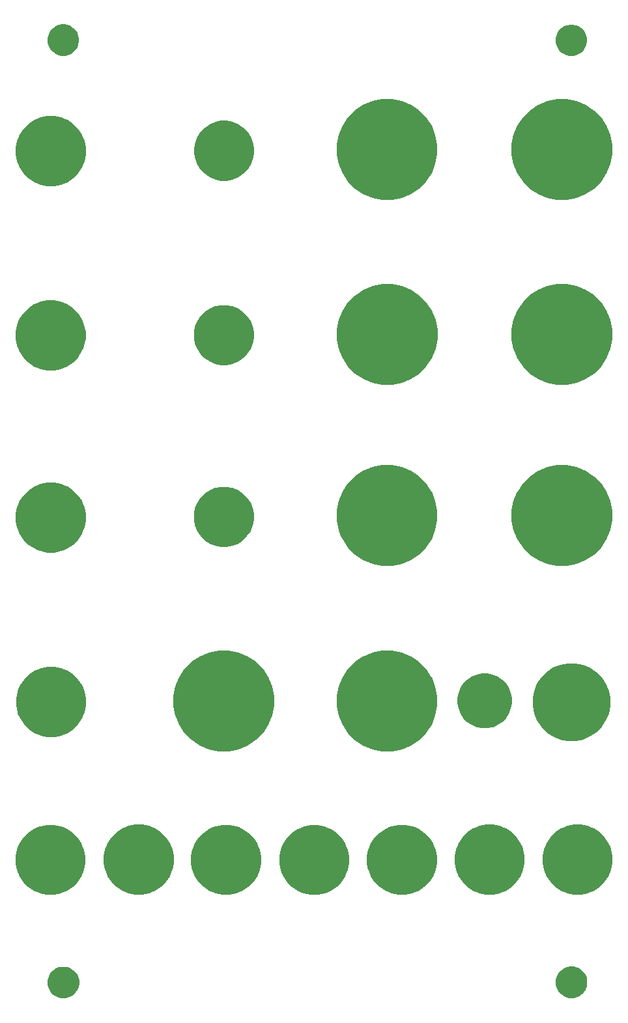
<source format=gbr>
G04 #@! TF.GenerationSoftware,KiCad,Pcbnew,(5.1.4-0-10_14)*
G04 #@! TF.CreationDate,2019-10-29T14:06:04+01:00*
G04 #@! TF.ProjectId,benjolin_panel3,62656e6a-6f6c-4696-9e5f-70616e656c33,rev?*
G04 #@! TF.SameCoordinates,Original*
G04 #@! TF.FileFunction,Soldermask,Bot*
G04 #@! TF.FilePolarity,Negative*
%FSLAX46Y46*%
G04 Gerber Fmt 4.6, Leading zero omitted, Abs format (unit mm)*
G04 Created by KiCad (PCBNEW (5.1.4-0-10_14)) date 2019-10-29 14:06:04*
%MOMM*%
%LPD*%
G04 APERTURE LIST*
%ADD10C,0.100000*%
G04 APERTURE END LIST*
D10*
G36*
X116544357Y-164331953D02*
G01*
X116866541Y-164465406D01*
X116917616Y-164486562D01*
X117221877Y-164689863D01*
X117253539Y-164711019D01*
X117539219Y-164996699D01*
X117763677Y-165332624D01*
X117918285Y-165705881D01*
X117997103Y-166102128D01*
X117997103Y-166506142D01*
X117918285Y-166902389D01*
X117772440Y-167254490D01*
X117763676Y-167275648D01*
X117539219Y-167611571D01*
X117253539Y-167897251D01*
X116917616Y-168121708D01*
X116917615Y-168121709D01*
X116917614Y-168121709D01*
X116544357Y-168276317D01*
X116148110Y-168355135D01*
X115744096Y-168355135D01*
X115347849Y-168276317D01*
X114974592Y-168121709D01*
X114974591Y-168121709D01*
X114974590Y-168121708D01*
X114638667Y-167897251D01*
X114352987Y-167611571D01*
X114128530Y-167275648D01*
X114119766Y-167254490D01*
X113973921Y-166902389D01*
X113895103Y-166506142D01*
X113895103Y-166102128D01*
X113973921Y-165705881D01*
X114128529Y-165332624D01*
X114352987Y-164996699D01*
X114638667Y-164711019D01*
X114670329Y-164689863D01*
X114974590Y-164486562D01*
X115025665Y-164465406D01*
X115347849Y-164331953D01*
X115744096Y-164253135D01*
X116148110Y-164253135D01*
X116544357Y-164331953D01*
X116544357Y-164331953D01*
G37*
G36*
X182579097Y-164310797D02*
G01*
X182952354Y-164465405D01*
X182952356Y-164465406D01*
X182984018Y-164486562D01*
X183288279Y-164689863D01*
X183573959Y-164975543D01*
X183798417Y-165311468D01*
X183953025Y-165684725D01*
X184031843Y-166080972D01*
X184031843Y-166484986D01*
X183953025Y-166881233D01*
X183944261Y-166902390D01*
X183798416Y-167254492D01*
X183573959Y-167590415D01*
X183288279Y-167876095D01*
X182952356Y-168100552D01*
X182952355Y-168100553D01*
X182952354Y-168100553D01*
X182579097Y-168255161D01*
X182182850Y-168333979D01*
X181778836Y-168333979D01*
X181382589Y-168255161D01*
X181009332Y-168100553D01*
X181009331Y-168100553D01*
X181009330Y-168100552D01*
X180673407Y-167876095D01*
X180387727Y-167590415D01*
X180163270Y-167254492D01*
X180017425Y-166902390D01*
X180008661Y-166881233D01*
X179929843Y-166484986D01*
X179929843Y-166080972D01*
X180008661Y-165684725D01*
X180163269Y-165311468D01*
X180387727Y-164975543D01*
X180673407Y-164689863D01*
X180977668Y-164486562D01*
X181009330Y-164465406D01*
X181009332Y-164465405D01*
X181382589Y-164310797D01*
X181778836Y-164231979D01*
X182182850Y-164231979D01*
X182579097Y-164310797D01*
X182579097Y-164310797D01*
G37*
G36*
X149878364Y-145995905D02*
G01*
X150221428Y-146138007D01*
X150706594Y-146338969D01*
X151451980Y-146837021D01*
X152085879Y-147470920D01*
X152583931Y-148216306D01*
X152784893Y-148701472D01*
X152926995Y-149044536D01*
X153101887Y-149923777D01*
X153101887Y-150820249D01*
X152926995Y-151699490D01*
X152784893Y-152042554D01*
X152583931Y-152527720D01*
X152085879Y-153273106D01*
X151451980Y-153907005D01*
X150706594Y-154405057D01*
X150221428Y-154606019D01*
X149878364Y-154748121D01*
X148999123Y-154923013D01*
X148102651Y-154923013D01*
X147223410Y-154748121D01*
X146880346Y-154606019D01*
X146395180Y-154405057D01*
X145649794Y-153907005D01*
X145015895Y-153273106D01*
X144517843Y-152527720D01*
X144316881Y-152042554D01*
X144174779Y-151699490D01*
X143999887Y-150820249D01*
X143999887Y-149923777D01*
X144174779Y-149044536D01*
X144316881Y-148701472D01*
X144517843Y-148216306D01*
X145015895Y-147470920D01*
X145649794Y-146837021D01*
X146395180Y-146338969D01*
X146880346Y-146138007D01*
X147223410Y-145995905D01*
X148102651Y-145821013D01*
X148999123Y-145821013D01*
X149878364Y-145995905D01*
X149878364Y-145995905D01*
G37*
G36*
X161282636Y-145974746D02*
G01*
X161625700Y-146116848D01*
X162110866Y-146317810D01*
X162856252Y-146815862D01*
X163490151Y-147449761D01*
X163988203Y-148195147D01*
X164189165Y-148680313D01*
X164331267Y-149023377D01*
X164506159Y-149902618D01*
X164506159Y-150799090D01*
X164331267Y-151678331D01*
X164322502Y-151699491D01*
X163988203Y-152506561D01*
X163490151Y-153251947D01*
X162856252Y-153885846D01*
X162110866Y-154383898D01*
X161625700Y-154584860D01*
X161282636Y-154726962D01*
X160403395Y-154901854D01*
X159506923Y-154901854D01*
X158627682Y-154726962D01*
X158284618Y-154584860D01*
X157799452Y-154383898D01*
X157054066Y-153885846D01*
X156420167Y-153251947D01*
X155922115Y-152506561D01*
X155587816Y-151699491D01*
X155579051Y-151678331D01*
X155404159Y-150799090D01*
X155404159Y-149902618D01*
X155579051Y-149023377D01*
X155721153Y-148680313D01*
X155922115Y-148195147D01*
X156420167Y-147449761D01*
X157054066Y-146815862D01*
X157799452Y-146317810D01*
X158284618Y-146116848D01*
X158627682Y-145974746D01*
X159506923Y-145799854D01*
X160403395Y-145799854D01*
X161282636Y-145974746D01*
X161282636Y-145974746D01*
G37*
G36*
X138410620Y-145974746D02*
G01*
X138753684Y-146116848D01*
X139238850Y-146317810D01*
X139984236Y-146815862D01*
X140618135Y-147449761D01*
X141116187Y-148195147D01*
X141317149Y-148680313D01*
X141459251Y-149023377D01*
X141634143Y-149902618D01*
X141634143Y-150799090D01*
X141459251Y-151678331D01*
X141450486Y-151699491D01*
X141116187Y-152506561D01*
X140618135Y-153251947D01*
X139984236Y-153885846D01*
X139238850Y-154383898D01*
X138753684Y-154584860D01*
X138410620Y-154726962D01*
X137531379Y-154901854D01*
X136634907Y-154901854D01*
X135755666Y-154726962D01*
X135412602Y-154584860D01*
X134927436Y-154383898D01*
X134182050Y-153885846D01*
X133548151Y-153251947D01*
X133050099Y-152506561D01*
X132715800Y-151699491D01*
X132707035Y-151678331D01*
X132532143Y-150799090D01*
X132532143Y-149902618D01*
X132707035Y-149023377D01*
X132849137Y-148680313D01*
X133050099Y-148195147D01*
X133548151Y-147449761D01*
X134182050Y-146815862D01*
X134927436Y-146317810D01*
X135412602Y-146116848D01*
X135755666Y-145974746D01*
X136634907Y-145799854D01*
X137531379Y-145799854D01*
X138410620Y-145974746D01*
X138410620Y-145974746D01*
G37*
G36*
X115580923Y-145974746D02*
G01*
X115923987Y-146116848D01*
X116409153Y-146317810D01*
X117154539Y-146815862D01*
X117788438Y-147449761D01*
X118286490Y-148195147D01*
X118487452Y-148680313D01*
X118629554Y-149023377D01*
X118804446Y-149902618D01*
X118804446Y-150799090D01*
X118629554Y-151678331D01*
X118620789Y-151699491D01*
X118286490Y-152506561D01*
X117788438Y-153251947D01*
X117154539Y-153885846D01*
X116409153Y-154383898D01*
X115923987Y-154584860D01*
X115580923Y-154726962D01*
X114701682Y-154901854D01*
X113805210Y-154901854D01*
X112925969Y-154726962D01*
X112582905Y-154584860D01*
X112097739Y-154383898D01*
X111352353Y-153885846D01*
X110718454Y-153251947D01*
X110220402Y-152506561D01*
X109886103Y-151699491D01*
X109877338Y-151678331D01*
X109702446Y-150799090D01*
X109702446Y-149902618D01*
X109877338Y-149023377D01*
X110019440Y-148680313D01*
X110220402Y-148195147D01*
X110718454Y-147449761D01*
X111352353Y-146815862D01*
X112097739Y-146317810D01*
X112582905Y-146116848D01*
X112925969Y-145974746D01*
X113805210Y-145799854D01*
X114701682Y-145799854D01*
X115580923Y-145974746D01*
X115580923Y-145974746D01*
G37*
G36*
X184112333Y-145953586D02*
G01*
X184455397Y-146095688D01*
X184940563Y-146296650D01*
X185685949Y-146794702D01*
X186319848Y-147428601D01*
X186817900Y-148173987D01*
X187018862Y-148659153D01*
X187160964Y-149002217D01*
X187335856Y-149881458D01*
X187335856Y-150777930D01*
X187160964Y-151657171D01*
X187143434Y-151699491D01*
X186817900Y-152485401D01*
X186319848Y-153230787D01*
X185685949Y-153864686D01*
X184940563Y-154362738D01*
X184455397Y-154563700D01*
X184112333Y-154705802D01*
X183233092Y-154880694D01*
X182336620Y-154880694D01*
X181457379Y-154705802D01*
X181114315Y-154563700D01*
X180629149Y-154362738D01*
X179883763Y-153864686D01*
X179249864Y-153230787D01*
X178751812Y-152485401D01*
X178426278Y-151699491D01*
X178408748Y-151657171D01*
X178233856Y-150777930D01*
X178233856Y-149881458D01*
X178408748Y-149002217D01*
X178550850Y-148659153D01*
X178751812Y-148173987D01*
X179249864Y-147428601D01*
X179883763Y-146794702D01*
X180629149Y-146296650D01*
X181114315Y-146095688D01*
X181457379Y-145953586D01*
X182336620Y-145778694D01*
X183233092Y-145778694D01*
X184112333Y-145953586D01*
X184112333Y-145953586D01*
G37*
G36*
X172665748Y-145953586D02*
G01*
X173008812Y-146095688D01*
X173493978Y-146296650D01*
X174239364Y-146794702D01*
X174873263Y-147428601D01*
X175371315Y-148173987D01*
X175572277Y-148659153D01*
X175714379Y-149002217D01*
X175889271Y-149881458D01*
X175889271Y-150777930D01*
X175714379Y-151657171D01*
X175696849Y-151699491D01*
X175371315Y-152485401D01*
X174873263Y-153230787D01*
X174239364Y-153864686D01*
X173493978Y-154362738D01*
X173008812Y-154563700D01*
X172665748Y-154705802D01*
X171786507Y-154880694D01*
X170890035Y-154880694D01*
X170010794Y-154705802D01*
X169667730Y-154563700D01*
X169182564Y-154362738D01*
X168437178Y-153864686D01*
X167803279Y-153230787D01*
X167305227Y-152485401D01*
X166979693Y-151699491D01*
X166962163Y-151657171D01*
X166787271Y-150777930D01*
X166787271Y-149881458D01*
X166962163Y-149002217D01*
X167104265Y-148659153D01*
X167305227Y-148173987D01*
X167803279Y-147428601D01*
X168437178Y-146794702D01*
X169182564Y-146296650D01*
X169667730Y-146095688D01*
X170010794Y-145953586D01*
X170890035Y-145778694D01*
X171786507Y-145778694D01*
X172665748Y-145953586D01*
X172665748Y-145953586D01*
G37*
G36*
X127069827Y-145953586D02*
G01*
X127412891Y-146095688D01*
X127898057Y-146296650D01*
X128643443Y-146794702D01*
X129277342Y-147428601D01*
X129775394Y-148173987D01*
X129976356Y-148659153D01*
X130118458Y-149002217D01*
X130293350Y-149881458D01*
X130293350Y-150777930D01*
X130118458Y-151657171D01*
X130100928Y-151699491D01*
X129775394Y-152485401D01*
X129277342Y-153230787D01*
X128643443Y-153864686D01*
X127898057Y-154362738D01*
X127412891Y-154563700D01*
X127069827Y-154705802D01*
X126190586Y-154880694D01*
X125294114Y-154880694D01*
X124414873Y-154705802D01*
X124071809Y-154563700D01*
X123586643Y-154362738D01*
X122841257Y-153864686D01*
X122207358Y-153230787D01*
X121709306Y-152485401D01*
X121383772Y-151699491D01*
X121366242Y-151657171D01*
X121191350Y-150777930D01*
X121191350Y-149881458D01*
X121366242Y-149002217D01*
X121508344Y-148659153D01*
X121709306Y-148173987D01*
X122207358Y-147428601D01*
X122841257Y-146794702D01*
X123586643Y-146296650D01*
X124071809Y-146095688D01*
X124414873Y-145953586D01*
X125294114Y-145778694D01*
X126190586Y-145778694D01*
X127069827Y-145953586D01*
X127069827Y-145953586D01*
G37*
G36*
X159919458Y-123401201D02*
G01*
X161060583Y-123873871D01*
X161111665Y-123895030D01*
X162184622Y-124611956D01*
X163097097Y-125524431D01*
X163799885Y-126576229D01*
X163814024Y-126597390D01*
X164307852Y-127789595D01*
X164559603Y-129055232D01*
X164559603Y-130345668D01*
X164307852Y-131611305D01*
X163814024Y-132803510D01*
X163814023Y-132803512D01*
X163097097Y-133876469D01*
X162184622Y-134788944D01*
X161111665Y-135505870D01*
X161111664Y-135505871D01*
X161111663Y-135505871D01*
X159919458Y-135999699D01*
X158653821Y-136251450D01*
X157363385Y-136251450D01*
X156097748Y-135999699D01*
X154905543Y-135505871D01*
X154905542Y-135505871D01*
X154905541Y-135505870D01*
X153832584Y-134788944D01*
X152920109Y-133876469D01*
X152203183Y-132803512D01*
X152203182Y-132803510D01*
X151709354Y-131611305D01*
X151457603Y-130345668D01*
X151457603Y-129055232D01*
X151709354Y-127789595D01*
X152203182Y-126597390D01*
X152217321Y-126576229D01*
X152920109Y-125524431D01*
X153832584Y-124611956D01*
X154905541Y-123895030D01*
X154956623Y-123873871D01*
X156097748Y-123401201D01*
X157363385Y-123149450D01*
X158653821Y-123149450D01*
X159919458Y-123401201D01*
X159919458Y-123401201D01*
G37*
G36*
X138697786Y-123380042D02*
G01*
X139889991Y-123873870D01*
X139889993Y-123873871D01*
X140962950Y-124590797D01*
X141875425Y-125503272D01*
X142592351Y-126576229D01*
X142592352Y-126576231D01*
X143086180Y-127768436D01*
X143337931Y-129034073D01*
X143337931Y-130324509D01*
X143086180Y-131590146D01*
X142923410Y-131983107D01*
X142592351Y-132782353D01*
X141875425Y-133855310D01*
X140962950Y-134767785D01*
X139889993Y-135484711D01*
X139889992Y-135484712D01*
X139889991Y-135484712D01*
X138697786Y-135978540D01*
X137432149Y-136230291D01*
X136141713Y-136230291D01*
X134876076Y-135978540D01*
X133683871Y-135484712D01*
X133683870Y-135484712D01*
X133683869Y-135484711D01*
X132610912Y-134767785D01*
X131698437Y-133855310D01*
X130981511Y-132782353D01*
X130650452Y-131983107D01*
X130487682Y-131590146D01*
X130235931Y-130324509D01*
X130235931Y-129034073D01*
X130487682Y-127768436D01*
X130981510Y-126576231D01*
X130981511Y-126576229D01*
X131698437Y-125503272D01*
X132610912Y-124590797D01*
X133683869Y-123873871D01*
X133683871Y-123873870D01*
X134876076Y-123380042D01*
X136141713Y-123128291D01*
X137432149Y-123128291D01*
X138697786Y-123380042D01*
X138697786Y-123380042D01*
G37*
G36*
X182966244Y-124894610D02*
G01*
X183454165Y-124991664D01*
X184373389Y-125372419D01*
X185200668Y-125925189D01*
X185904211Y-126628732D01*
X186456981Y-127456011D01*
X186837736Y-128375235D01*
X186837736Y-128375236D01*
X187027561Y-129329547D01*
X187031843Y-129351077D01*
X187031843Y-130346037D01*
X186837736Y-131321879D01*
X186456981Y-132241103D01*
X185904211Y-133068382D01*
X185200668Y-133771925D01*
X184373389Y-134324695D01*
X183454165Y-134705450D01*
X183034412Y-134788944D01*
X182478324Y-134899557D01*
X181483362Y-134899557D01*
X180927274Y-134788944D01*
X180507521Y-134705450D01*
X179588297Y-134324695D01*
X178761018Y-133771925D01*
X178057475Y-133068382D01*
X177504705Y-132241103D01*
X177123950Y-131321879D01*
X176929843Y-130346037D01*
X176929843Y-129351077D01*
X176934126Y-129329547D01*
X177123950Y-128375236D01*
X177123950Y-128375235D01*
X177504705Y-127456011D01*
X178057475Y-126628732D01*
X178761018Y-125925189D01*
X179588297Y-125372419D01*
X180507521Y-124991664D01*
X180995442Y-124894610D01*
X181483362Y-124797557D01*
X182478324Y-124797557D01*
X182966244Y-124894610D01*
X182966244Y-124894610D01*
G37*
G36*
X115665555Y-125451292D02*
G01*
X115842130Y-125524432D01*
X116493785Y-125794356D01*
X117239171Y-126292408D01*
X117873070Y-126926307D01*
X118371122Y-127671693D01*
X118505977Y-127997262D01*
X118714186Y-128499923D01*
X118889078Y-129379164D01*
X118889078Y-130275636D01*
X118714186Y-131154877D01*
X118645011Y-131321879D01*
X118371122Y-131983107D01*
X117873070Y-132728493D01*
X117239171Y-133362392D01*
X116493785Y-133860444D01*
X116008619Y-134061406D01*
X115665555Y-134203508D01*
X114786314Y-134378400D01*
X113889842Y-134378400D01*
X113010601Y-134203508D01*
X112667537Y-134061406D01*
X112182371Y-133860444D01*
X111436985Y-133362392D01*
X110803086Y-132728493D01*
X110305034Y-131983107D01*
X110031145Y-131321879D01*
X109961970Y-131154877D01*
X109787078Y-130275636D01*
X109787078Y-129379164D01*
X109961970Y-128499923D01*
X110170179Y-127997262D01*
X110305034Y-127671693D01*
X110803086Y-126926307D01*
X111436985Y-126292408D01*
X112182371Y-125794356D01*
X112834026Y-125524432D01*
X113010601Y-125451292D01*
X113889842Y-125276400D01*
X114786314Y-125276400D01*
X115665555Y-125451292D01*
X115665555Y-125451292D01*
G37*
G36*
X171739312Y-126264753D02*
G01*
X171739315Y-126264754D01*
X171739314Y-126264754D01*
X172385554Y-126532435D01*
X172967156Y-126921049D01*
X173461767Y-127415660D01*
X173850381Y-127997262D01*
X173850381Y-127997263D01*
X174118063Y-128643504D01*
X174254525Y-129329547D01*
X174254525Y-130029035D01*
X174118063Y-130715078D01*
X174118062Y-130715080D01*
X173850381Y-131361320D01*
X173461767Y-131942922D01*
X172967156Y-132437533D01*
X172385554Y-132826147D01*
X171928593Y-133015426D01*
X171739312Y-133093829D01*
X171053269Y-133230291D01*
X170353781Y-133230291D01*
X169667738Y-133093829D01*
X169478457Y-133015426D01*
X169021496Y-132826147D01*
X168439894Y-132437533D01*
X167945283Y-131942922D01*
X167556669Y-131361320D01*
X167288988Y-130715080D01*
X167288987Y-130715078D01*
X167152525Y-130029035D01*
X167152525Y-129329547D01*
X167288987Y-128643504D01*
X167556669Y-127997263D01*
X167556669Y-127997262D01*
X167945283Y-127415660D01*
X168439894Y-126921049D01*
X169021496Y-126532435D01*
X169667736Y-126264754D01*
X169667735Y-126264754D01*
X169667738Y-126264753D01*
X170353781Y-126128291D01*
X171053269Y-126128291D01*
X171739312Y-126264753D01*
X171739312Y-126264753D01*
G37*
G36*
X182664523Y-99302011D02*
G01*
X183805655Y-99774684D01*
X183856730Y-99795840D01*
X184929687Y-100512766D01*
X185842162Y-101425241D01*
X186440132Y-102320168D01*
X186559089Y-102498200D01*
X187052917Y-103690405D01*
X187304668Y-104956042D01*
X187304668Y-106246478D01*
X187052917Y-107512115D01*
X186567852Y-108683164D01*
X186559088Y-108704322D01*
X185842162Y-109777279D01*
X184929687Y-110689754D01*
X183856730Y-111406680D01*
X183856729Y-111406681D01*
X183856728Y-111406681D01*
X182664523Y-111900509D01*
X181398886Y-112152260D01*
X180108450Y-112152260D01*
X178842813Y-111900509D01*
X177650608Y-111406681D01*
X177650607Y-111406681D01*
X177650606Y-111406680D01*
X176577649Y-110689754D01*
X175665174Y-109777279D01*
X174948248Y-108704322D01*
X174939484Y-108683164D01*
X174454419Y-107512115D01*
X174202668Y-106246478D01*
X174202668Y-104956042D01*
X174454419Y-103690405D01*
X174948247Y-102498200D01*
X175067204Y-102320168D01*
X175665174Y-101425241D01*
X176577649Y-100512766D01*
X177650606Y-99795840D01*
X177701681Y-99774684D01*
X178842813Y-99302011D01*
X180108450Y-99050260D01*
X181398886Y-99050260D01*
X182664523Y-99302011D01*
X182664523Y-99302011D01*
G37*
G36*
X159919458Y-99280855D02*
G01*
X161111663Y-99774683D01*
X161111665Y-99774684D01*
X162184622Y-100491610D01*
X163097097Y-101404085D01*
X163709203Y-102320168D01*
X163814024Y-102477044D01*
X164307852Y-103669249D01*
X164559603Y-104934886D01*
X164559603Y-106225322D01*
X164307852Y-107490959D01*
X163990436Y-108257267D01*
X163814023Y-108683166D01*
X163097097Y-109756123D01*
X162184622Y-110668598D01*
X161111665Y-111385524D01*
X161111664Y-111385525D01*
X161111663Y-111385525D01*
X159919458Y-111879353D01*
X158653821Y-112131104D01*
X157363385Y-112131104D01*
X156097748Y-111879353D01*
X154905543Y-111385525D01*
X154905542Y-111385525D01*
X154905541Y-111385524D01*
X153832584Y-110668598D01*
X152920109Y-109756123D01*
X152203183Y-108683166D01*
X152026770Y-108257267D01*
X151709354Y-107490959D01*
X151457603Y-106225322D01*
X151457603Y-104934886D01*
X151709354Y-103669249D01*
X152203182Y-102477044D01*
X152308003Y-102320168D01*
X152920109Y-101404085D01*
X153832584Y-100491610D01*
X154905541Y-99774684D01*
X154905543Y-99774683D01*
X156097748Y-99280855D01*
X157363385Y-99029104D01*
X158653821Y-99029104D01*
X159919458Y-99280855D01*
X159919458Y-99280855D01*
G37*
G36*
X115644398Y-101479052D02*
G01*
X115987462Y-101621154D01*
X116472628Y-101822116D01*
X117218014Y-102320168D01*
X117851913Y-102954067D01*
X118349965Y-103699453D01*
X118550927Y-104184619D01*
X118693029Y-104527683D01*
X118867921Y-105406924D01*
X118867921Y-106303396D01*
X118693029Y-107182637D01*
X118565318Y-107490959D01*
X118349965Y-108010867D01*
X117851913Y-108756253D01*
X117218014Y-109390152D01*
X116472628Y-109888204D01*
X115987462Y-110089166D01*
X115644398Y-110231268D01*
X114765157Y-110406160D01*
X113868685Y-110406160D01*
X112989444Y-110231268D01*
X112646380Y-110089166D01*
X112161214Y-109888204D01*
X111415828Y-109390152D01*
X110781929Y-108756253D01*
X110283877Y-108010867D01*
X110068524Y-107490959D01*
X109940813Y-107182637D01*
X109765921Y-106303396D01*
X109765921Y-105406924D01*
X109940813Y-104527683D01*
X110082915Y-104184619D01*
X110283877Y-103699453D01*
X110781929Y-102954067D01*
X111415828Y-102320168D01*
X112161214Y-101822116D01*
X112646380Y-101621154D01*
X112989444Y-101479052D01*
X113868685Y-101304160D01*
X114765157Y-101304160D01*
X115644398Y-101479052D01*
X115644398Y-101479052D01*
G37*
G36*
X137945966Y-102019438D02*
G01*
X138655902Y-102313503D01*
X139294829Y-102740420D01*
X139838192Y-103283783D01*
X140265109Y-103922710D01*
X140559174Y-104632646D01*
X140709087Y-105386309D01*
X140709087Y-106154741D01*
X140559174Y-106908404D01*
X140265109Y-107618340D01*
X139838192Y-108257267D01*
X139294829Y-108800630D01*
X138655902Y-109227547D01*
X137945966Y-109521612D01*
X137192303Y-109671525D01*
X136423871Y-109671525D01*
X135670208Y-109521612D01*
X134960272Y-109227547D01*
X134321345Y-108800630D01*
X133777982Y-108257267D01*
X133351065Y-107618340D01*
X133057000Y-106908404D01*
X132907087Y-106154741D01*
X132907087Y-105386309D01*
X133057000Y-104632646D01*
X133351065Y-103922710D01*
X133777982Y-103283783D01*
X134321345Y-102740420D01*
X134960272Y-102313503D01*
X135670208Y-102019438D01*
X136423871Y-101869525D01*
X137192303Y-101869525D01*
X137945966Y-102019438D01*
X137945966Y-102019438D01*
G37*
G36*
X159940617Y-75752936D02*
G01*
X161132822Y-76246764D01*
X161132824Y-76246765D01*
X162205781Y-76963691D01*
X163118256Y-77876166D01*
X163835182Y-78949123D01*
X163835183Y-78949125D01*
X164329011Y-80141330D01*
X164580762Y-81406967D01*
X164580762Y-82697403D01*
X164329011Y-83963040D01*
X164320067Y-83984632D01*
X163835182Y-85155247D01*
X163118256Y-86228204D01*
X162205781Y-87140679D01*
X161132824Y-87857605D01*
X161132823Y-87857606D01*
X161132822Y-87857606D01*
X159940617Y-88351434D01*
X158674980Y-88603185D01*
X157384544Y-88603185D01*
X156118907Y-88351434D01*
X154926702Y-87857606D01*
X154926701Y-87857606D01*
X154926700Y-87857605D01*
X153853743Y-87140679D01*
X152941268Y-86228204D01*
X152224342Y-85155247D01*
X151739457Y-83984632D01*
X151730513Y-83963040D01*
X151478762Y-82697403D01*
X151478762Y-81406967D01*
X151730513Y-80141330D01*
X152224341Y-78949125D01*
X152224342Y-78949123D01*
X152941268Y-77876166D01*
X153853743Y-76963691D01*
X154926700Y-76246765D01*
X154926702Y-76246764D01*
X156118907Y-75752936D01*
X157384544Y-75501185D01*
X158674980Y-75501185D01*
X159940617Y-75752936D01*
X159940617Y-75752936D01*
G37*
G36*
X182664523Y-75731776D02*
G01*
X183856728Y-76225604D01*
X183856730Y-76225605D01*
X184929687Y-76942531D01*
X185842162Y-77855006D01*
X186559088Y-78927963D01*
X186559089Y-78927965D01*
X187052917Y-80120170D01*
X187304668Y-81385807D01*
X187304668Y-82676243D01*
X187052917Y-83941880D01*
X186898912Y-84313680D01*
X186559088Y-85134087D01*
X185842162Y-86207044D01*
X184929687Y-87119519D01*
X183856730Y-87836445D01*
X183856729Y-87836446D01*
X183856728Y-87836446D01*
X182664523Y-88330274D01*
X181398886Y-88582025D01*
X180108450Y-88582025D01*
X178842813Y-88330274D01*
X177650608Y-87836446D01*
X177650607Y-87836446D01*
X177650606Y-87836445D01*
X176577649Y-87119519D01*
X175665174Y-86207044D01*
X174948248Y-85134087D01*
X174608424Y-84313680D01*
X174454419Y-83941880D01*
X174202668Y-82676243D01*
X174202668Y-81385807D01*
X174454419Y-80120170D01*
X174948247Y-78927965D01*
X174948248Y-78927963D01*
X175665174Y-77855006D01*
X176577649Y-76942531D01*
X177650606Y-76225605D01*
X177650608Y-76225604D01*
X178842813Y-75731776D01*
X180108450Y-75480025D01*
X181398886Y-75480025D01*
X182664523Y-75731776D01*
X182664523Y-75731776D01*
G37*
G36*
X115623239Y-77781867D02*
G01*
X115966303Y-77923969D01*
X116451469Y-78124931D01*
X117196855Y-78622983D01*
X117830754Y-79256882D01*
X118328806Y-80002268D01*
X118386407Y-80141330D01*
X118671870Y-80830498D01*
X118846762Y-81709739D01*
X118846762Y-82606211D01*
X118671870Y-83485452D01*
X118529768Y-83828516D01*
X118328806Y-84313682D01*
X117830754Y-85059068D01*
X117196855Y-85692967D01*
X116451469Y-86191019D01*
X115966303Y-86391981D01*
X115623239Y-86534083D01*
X114743998Y-86708975D01*
X113847526Y-86708975D01*
X112968285Y-86534083D01*
X112625221Y-86391981D01*
X112140055Y-86191019D01*
X111394669Y-85692967D01*
X110760770Y-85059068D01*
X110262718Y-84313682D01*
X110061756Y-83828516D01*
X109919654Y-83485452D01*
X109744762Y-82606211D01*
X109744762Y-81709739D01*
X109919654Y-80830498D01*
X110205117Y-80141330D01*
X110262718Y-80002268D01*
X110760770Y-79256882D01*
X111394669Y-78622983D01*
X112140055Y-78124931D01*
X112625221Y-77923969D01*
X112968285Y-77781867D01*
X113847526Y-77606975D01*
X114743998Y-77606975D01*
X115623239Y-77781867D01*
X115623239Y-77781867D01*
G37*
G36*
X137945966Y-78385729D02*
G01*
X138655902Y-78679794D01*
X139294829Y-79106711D01*
X139838192Y-79650074D01*
X140265109Y-80289001D01*
X140559174Y-80998937D01*
X140709087Y-81752600D01*
X140709087Y-82521032D01*
X140559174Y-83274695D01*
X140265109Y-83984631D01*
X139838192Y-84623558D01*
X139294829Y-85166921D01*
X138655902Y-85593838D01*
X137945966Y-85887903D01*
X137192303Y-86037816D01*
X136423871Y-86037816D01*
X135670208Y-85887903D01*
X134960272Y-85593838D01*
X134321345Y-85166921D01*
X133777982Y-84623558D01*
X133351065Y-83984631D01*
X133057000Y-83274695D01*
X132907087Y-82521032D01*
X132907087Y-81752600D01*
X133057000Y-80998937D01*
X133351065Y-80289001D01*
X133777982Y-79650074D01*
X134321345Y-79106711D01*
X134960272Y-78679794D01*
X135670208Y-78385729D01*
X136423871Y-78235816D01*
X137192303Y-78235816D01*
X137945966Y-78385729D01*
X137945966Y-78385729D01*
G37*
G36*
X182664523Y-51717220D02*
G01*
X183805648Y-52189890D01*
X183856730Y-52211049D01*
X184929687Y-52927975D01*
X185842162Y-53840450D01*
X186544950Y-54892248D01*
X186559089Y-54913409D01*
X187052917Y-56105614D01*
X187304668Y-57371251D01*
X187304668Y-58661687D01*
X187052917Y-59927324D01*
X186563871Y-61107984D01*
X186559088Y-61119531D01*
X185842162Y-62192488D01*
X184929687Y-63104963D01*
X183856730Y-63821889D01*
X183856729Y-63821890D01*
X183856728Y-63821890D01*
X182664523Y-64315718D01*
X181398886Y-64567469D01*
X180108450Y-64567469D01*
X178842813Y-64315718D01*
X177650608Y-63821890D01*
X177650607Y-63821890D01*
X177650606Y-63821889D01*
X176577649Y-63104963D01*
X175665174Y-62192488D01*
X174948248Y-61119531D01*
X174943465Y-61107984D01*
X174454419Y-59927324D01*
X174202668Y-58661687D01*
X174202668Y-57371251D01*
X174454419Y-56105614D01*
X174948247Y-54913409D01*
X174962386Y-54892248D01*
X175665174Y-53840450D01*
X176577649Y-52927975D01*
X177650606Y-52211049D01*
X177701688Y-52189890D01*
X178842813Y-51717220D01*
X180108450Y-51465469D01*
X181398886Y-51465469D01*
X182664523Y-51717220D01*
X182664523Y-51717220D01*
G37*
G36*
X159919458Y-51696061D02*
G01*
X161111663Y-52189889D01*
X161111665Y-52189890D01*
X162184622Y-52906816D01*
X163097097Y-53819291D01*
X163814023Y-54892248D01*
X163814024Y-54892250D01*
X164307852Y-56084455D01*
X164559603Y-57350092D01*
X164559603Y-58640528D01*
X164307852Y-59906165D01*
X163814024Y-61098370D01*
X163814023Y-61098372D01*
X163097097Y-62171329D01*
X162184622Y-63083804D01*
X161111665Y-63800730D01*
X161111664Y-63800731D01*
X161111663Y-63800731D01*
X159919458Y-64294559D01*
X158653821Y-64546310D01*
X157363385Y-64546310D01*
X156097748Y-64294559D01*
X154905543Y-63800731D01*
X154905542Y-63800731D01*
X154905541Y-63800730D01*
X153832584Y-63083804D01*
X152920109Y-62171329D01*
X152203183Y-61098372D01*
X152203182Y-61098370D01*
X151709354Y-59906165D01*
X151457603Y-58640528D01*
X151457603Y-57350092D01*
X151709354Y-56084455D01*
X152203182Y-54892250D01*
X152203183Y-54892248D01*
X152920109Y-53819291D01*
X153832584Y-52906816D01*
X154905541Y-52189890D01*
X154905543Y-52189889D01*
X156097748Y-51696061D01*
X157363385Y-51444310D01*
X158653821Y-51444310D01*
X159919458Y-51696061D01*
X159919458Y-51696061D01*
G37*
G36*
X115644398Y-53830783D02*
G01*
X115987462Y-53972885D01*
X116472628Y-54173847D01*
X117218014Y-54671899D01*
X117851913Y-55305798D01*
X118349965Y-56051184D01*
X118459970Y-56316760D01*
X118693029Y-56879414D01*
X118867921Y-57758655D01*
X118867921Y-58655127D01*
X118693029Y-59534368D01*
X118550927Y-59877432D01*
X118349965Y-60362598D01*
X117851913Y-61107984D01*
X117218014Y-61741883D01*
X116472628Y-62239935D01*
X115987462Y-62440897D01*
X115644398Y-62582999D01*
X114765157Y-62757891D01*
X113868685Y-62757891D01*
X112989444Y-62582999D01*
X112646380Y-62440897D01*
X112161214Y-62239935D01*
X111415828Y-61741883D01*
X110781929Y-61107984D01*
X110283877Y-60362598D01*
X110082915Y-59877432D01*
X109940813Y-59534368D01*
X109765921Y-58655127D01*
X109765921Y-57758655D01*
X109940813Y-56879414D01*
X110173872Y-56316760D01*
X110283877Y-56051184D01*
X110781929Y-55305798D01*
X111415828Y-54671899D01*
X112161214Y-54173847D01*
X112646380Y-53972885D01*
X112989444Y-53830783D01*
X113868685Y-53655891D01*
X114765157Y-53655891D01*
X115644398Y-53830783D01*
X115644398Y-53830783D01*
G37*
G36*
X137967125Y-54413488D02*
G01*
X138677061Y-54707553D01*
X139315988Y-55134470D01*
X139859351Y-55677833D01*
X140286268Y-56316760D01*
X140580333Y-57026696D01*
X140730246Y-57780359D01*
X140730246Y-58548791D01*
X140580333Y-59302454D01*
X140286268Y-60012390D01*
X139859351Y-60651317D01*
X139315988Y-61194680D01*
X138677061Y-61621597D01*
X137967125Y-61915662D01*
X137213462Y-62065575D01*
X136445030Y-62065575D01*
X135691367Y-61915662D01*
X134981431Y-61621597D01*
X134342504Y-61194680D01*
X133799141Y-60651317D01*
X133372224Y-60012390D01*
X133078159Y-59302454D01*
X132928246Y-58548791D01*
X132928246Y-57780359D01*
X133078159Y-57026696D01*
X133372224Y-56316760D01*
X133799141Y-55677833D01*
X134342504Y-55134470D01*
X134981431Y-54707553D01*
X135691367Y-54413488D01*
X136445030Y-54263575D01*
X137213462Y-54263575D01*
X137967125Y-54413488D01*
X137967125Y-54413488D01*
G37*
G36*
X182557941Y-41825975D02*
G01*
X182931198Y-41980583D01*
X182931200Y-41980584D01*
X183267123Y-42205041D01*
X183552803Y-42490721D01*
X183763125Y-42805489D01*
X183777261Y-42826646D01*
X183931869Y-43199903D01*
X184010687Y-43596150D01*
X184010687Y-44000164D01*
X183931869Y-44396411D01*
X183777261Y-44769668D01*
X183777260Y-44769670D01*
X183552803Y-45105593D01*
X183267123Y-45391273D01*
X182931200Y-45615730D01*
X182931199Y-45615731D01*
X182931198Y-45615731D01*
X182557941Y-45770339D01*
X182161694Y-45849157D01*
X181757680Y-45849157D01*
X181361433Y-45770339D01*
X180988176Y-45615731D01*
X180988175Y-45615731D01*
X180988174Y-45615730D01*
X180652251Y-45391273D01*
X180366571Y-45105593D01*
X180142114Y-44769670D01*
X180142113Y-44769668D01*
X179987505Y-44396411D01*
X179908687Y-44000164D01*
X179908687Y-43596150D01*
X179987505Y-43199903D01*
X180142113Y-42826646D01*
X180156250Y-42805489D01*
X180366571Y-42490721D01*
X180652251Y-42205041D01*
X180988174Y-41980584D01*
X180988176Y-41980583D01*
X181361433Y-41825975D01*
X181757680Y-41747157D01*
X182161694Y-41747157D01*
X182557941Y-41825975D01*
X182557941Y-41825975D01*
G37*
G36*
X116523197Y-41804818D02*
G01*
X116896454Y-41959426D01*
X116896456Y-41959427D01*
X117232379Y-42183884D01*
X117518059Y-42469564D01*
X117742517Y-42805489D01*
X117897125Y-43178746D01*
X117975943Y-43574993D01*
X117975943Y-43979007D01*
X117897125Y-44375254D01*
X117888361Y-44396411D01*
X117742516Y-44748513D01*
X117518059Y-45084436D01*
X117232379Y-45370116D01*
X116896456Y-45594573D01*
X116896455Y-45594574D01*
X116896454Y-45594574D01*
X116523197Y-45749182D01*
X116126950Y-45828000D01*
X115722936Y-45828000D01*
X115326689Y-45749182D01*
X114953432Y-45594574D01*
X114953431Y-45594574D01*
X114953430Y-45594573D01*
X114617507Y-45370116D01*
X114331827Y-45084436D01*
X114107370Y-44748513D01*
X113961525Y-44396411D01*
X113952761Y-44375254D01*
X113873943Y-43979007D01*
X113873943Y-43574993D01*
X113952761Y-43178746D01*
X114107369Y-42805489D01*
X114331827Y-42469564D01*
X114617507Y-42183884D01*
X114953430Y-41959427D01*
X114953432Y-41959426D01*
X115326689Y-41804818D01*
X115722936Y-41726000D01*
X116126950Y-41726000D01*
X116523197Y-41804818D01*
X116523197Y-41804818D01*
G37*
M02*

</source>
